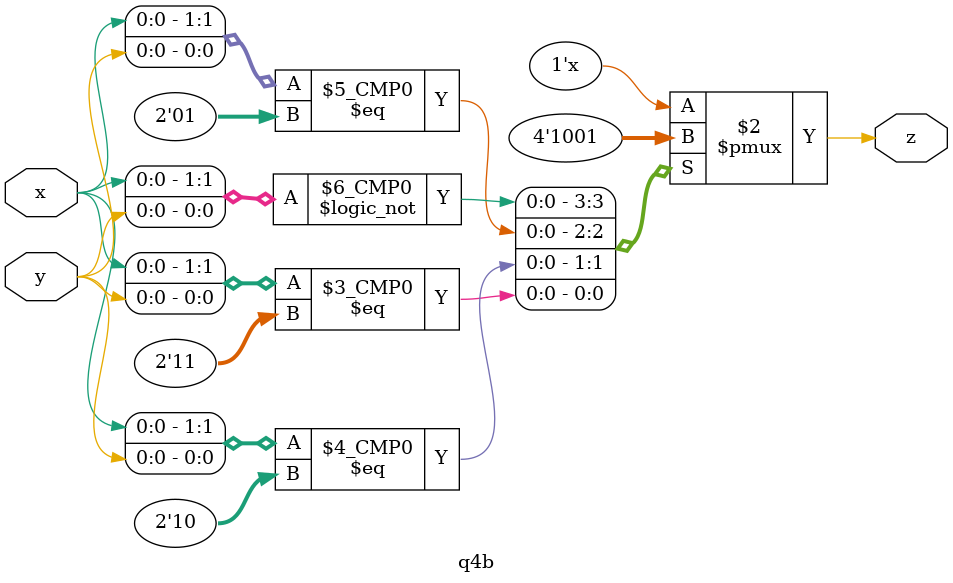
<source format=v>
module top_module (input x, input y, output z);

    wire z1, z2, z3, z4, z5, z6;

    q4a IA1(
        .x(x),
        .y(y),
        .z(z1)
    );

    q4b IB1(
        .x(x),
        .y(y),
        .z(z2)
    );

    q4a IA2(
        .x(x),
        .y(y),
        .z(z3)
    );

    q4b IB2(
        .x(x),
        .y(y),
        .z(z4)
    );

    assign z5 = z1 || z2;
    assign z6 = z3 && z4;
    assign z = z5 ^ z6;

endmodule

module q4a (input x, input y, output z);

    assign z = (x^y)&&x;

endmodule

module q4b ( input x, input y, output z );

    always @(*) begin
        case({x,y})
        2'b00: z=1;
        2'b01: z=0;
        2'b10: z=0;
        2'b11: z=1;
        endcase
    end

endmodule
</source>
